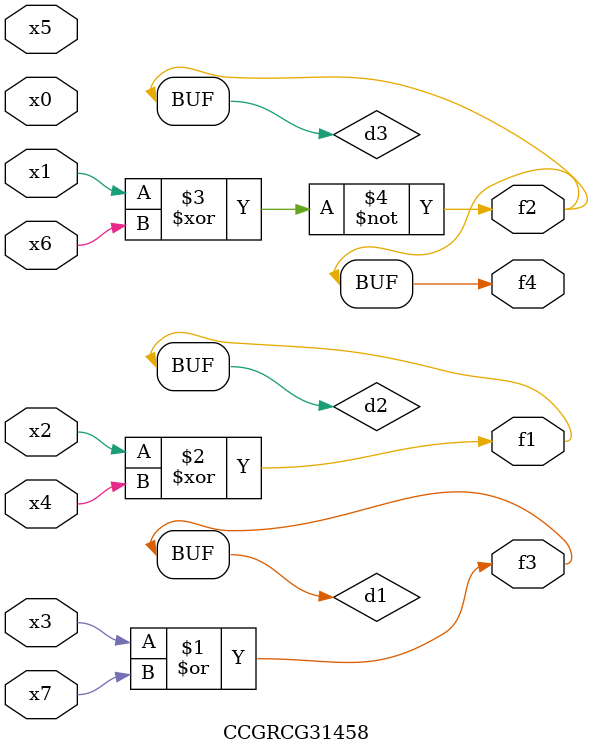
<source format=v>
module CCGRCG31458(
	input x0, x1, x2, x3, x4, x5, x6, x7,
	output f1, f2, f3, f4
);

	wire d1, d2, d3;

	or (d1, x3, x7);
	xor (d2, x2, x4);
	xnor (d3, x1, x6);
	assign f1 = d2;
	assign f2 = d3;
	assign f3 = d1;
	assign f4 = d3;
endmodule

</source>
